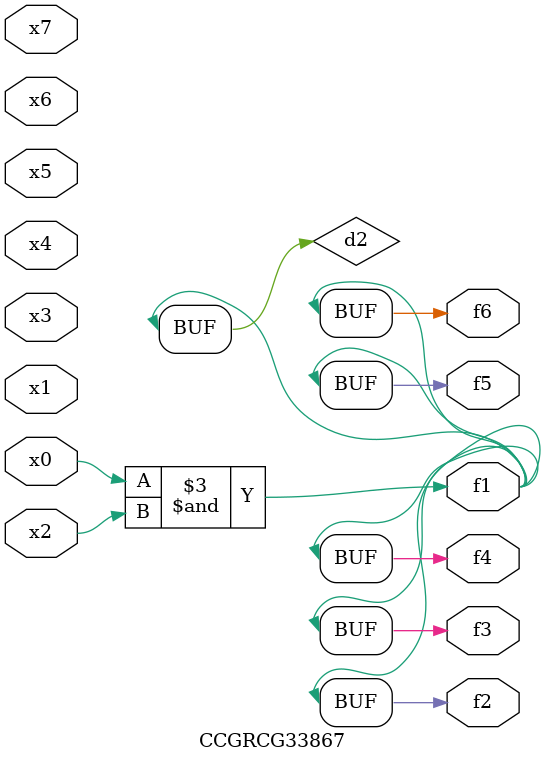
<source format=v>
module CCGRCG33867(
	input x0, x1, x2, x3, x4, x5, x6, x7,
	output f1, f2, f3, f4, f5, f6
);

	wire d1, d2;

	nor (d1, x3, x6);
	and (d2, x0, x2);
	assign f1 = d2;
	assign f2 = d2;
	assign f3 = d2;
	assign f4 = d2;
	assign f5 = d2;
	assign f6 = d2;
endmodule

</source>
